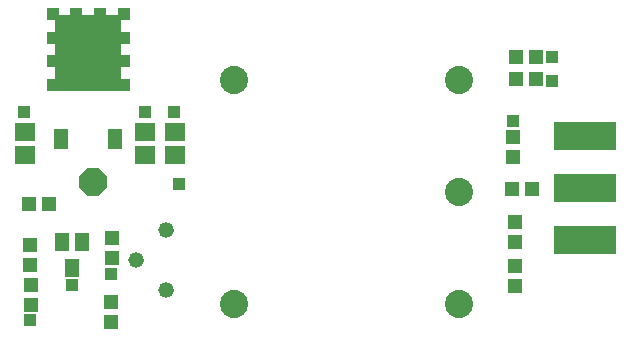
<source format=gts>
G75*
G70*
%OFA0B0*%
%FSLAX24Y24*%
%IPPOS*%
%LPD*%
%AMOC8*
5,1,8,0,0,1.08239X$1,22.5*
%
%ADD10R,0.0513X0.0474*%
%ADD11R,0.0474X0.0513*%
%ADD12R,0.2080X0.0980*%
%ADD13C,0.0940*%
%ADD14R,0.2206X0.2521*%
%ADD15R,0.0474X0.0710*%
%ADD16R,0.0671X0.0592*%
%ADD17OC8,0.0930*%
%ADD18C,0.0520*%
%ADD19R,0.0474X0.0631*%
%ADD20R,0.0437X0.0437*%
D10*
X010852Y006514D03*
X010852Y007183D03*
X008174Y007073D03*
X008174Y007743D03*
X008153Y008393D03*
X008153Y009062D03*
X024250Y012014D03*
X024250Y012683D03*
X024362Y014608D03*
X025031Y014608D03*
X025017Y015352D03*
X024348Y015352D03*
X024302Y009855D03*
X024302Y009185D03*
D11*
X024307Y008380D03*
X024307Y007711D03*
X024210Y010928D03*
X024879Y010928D03*
X010865Y009307D03*
X010865Y008638D03*
X008786Y010434D03*
X008117Y010434D03*
D12*
X026657Y010981D03*
X026657Y012721D03*
X026657Y009241D03*
D13*
X022437Y010834D03*
X022437Y007094D03*
X014957Y007094D03*
X014957Y014574D03*
X022437Y014574D03*
D14*
X010087Y015478D03*
D15*
X009189Y012604D03*
X010985Y012604D03*
D16*
X011985Y012826D03*
X012985Y012826D03*
X012985Y012078D03*
X011985Y012078D03*
X007985Y012078D03*
X007985Y012826D03*
D17*
X010246Y011182D03*
D18*
X012680Y009591D03*
X011680Y008591D03*
X012680Y007591D03*
D19*
X009898Y009187D03*
X009228Y009187D03*
X009563Y008321D03*
D20*
X009532Y007743D03*
X010852Y008113D03*
X008162Y006563D03*
X013130Y011124D03*
X012941Y013494D03*
X011981Y013494D03*
X011265Y014405D03*
X010478Y014405D03*
X009691Y014405D03*
X008903Y014405D03*
X008903Y015193D03*
X009691Y015193D03*
X010478Y015193D03*
X011265Y015193D03*
X011265Y015980D03*
X010478Y015980D03*
X009691Y015980D03*
X008903Y015980D03*
X008903Y016768D03*
X009691Y016768D03*
X010478Y016768D03*
X011265Y016768D03*
X007952Y013493D03*
X024258Y013224D03*
X025945Y012589D03*
X026995Y012599D03*
X025555Y014538D03*
X025540Y015347D03*
X026006Y009111D03*
X027076Y009121D03*
M02*

</source>
